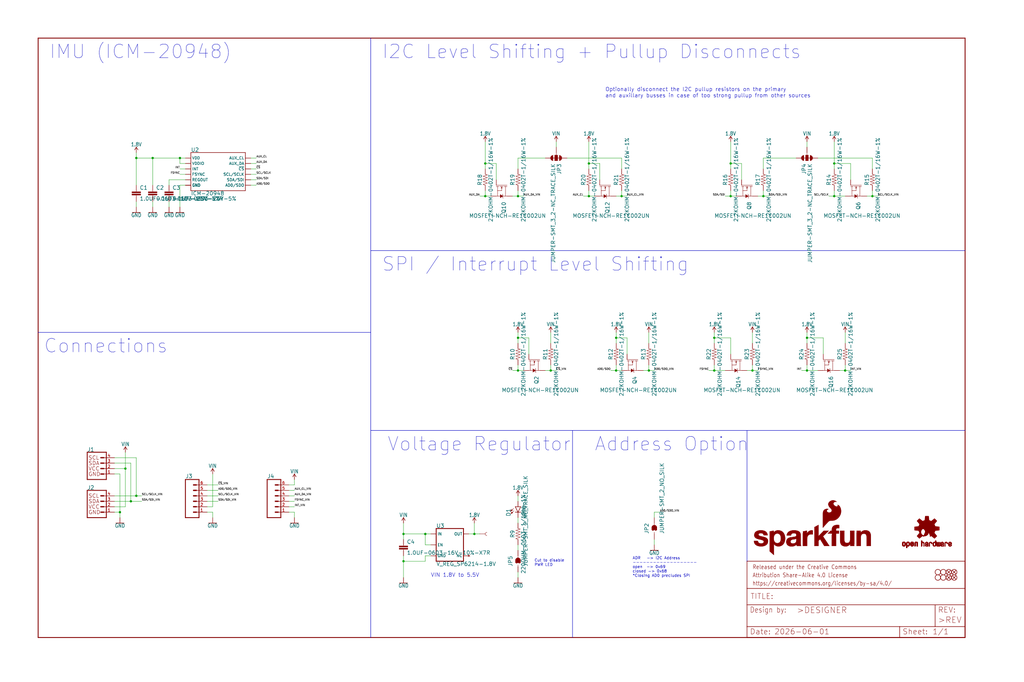
<source format=kicad_sch>
(kicad_sch (version 20230121) (generator eeschema)
  (paper "User" 477.037 317.906)
  (lib_symbols
    (symbol "SparkFun_IMU_Breakout_ICM-20948-eagle-import:0.1UF-0603-25V-5%"
      (property "Reference" "C" (at 1.524 2.921 0))
      (symbol "0.1UF-0603-25V-5%_1_0"
        (pin passive line (at 0 5.08 270) (length 2.54) (name "1") (number "1"))
        (pin passive line (at 0 -2.54 90) (length 2.54) (name "2") (number "2"))
      )
    )
    (symbol "SparkFun_IMU_Breakout_ICM-20948-eagle-import:1.0UF-0603-16V-10%-X7R"
      (property "Reference" "C" (at 1.524 2.921 0))
      (symbol "1.0UF-0603-16V-10%-X7R_1_0"
        (pin passive line (at 0 5.08 270) (length 2.54) (name "1") (number "1"))
        (pin passive line (at 0 -2.54 90) (length 2.54) (name "2") (number "2"))
      )
    )
    (symbol "SparkFun_IMU_Breakout_ICM-20948-eagle-import:1.8V" (power)
      (property "Value" "1.8V" (at 0 2.794 0))
      (symbol "1.8V_1_0"
        (pin power_in line (at 0 0 90) (length 2.54) (name "1.8V") (number "1"))
      )
    )
    (symbol "SparkFun_IMU_Breakout_ICM-20948-eagle-import:2.2KOHM-0402T-1/16W-1%"
      (property "Reference" "R" (at 0 1.524 0))
      (symbol "2.2KOHM-0402T-1/16W-1%_1_0"
        (pin passive line (at -5.08 0 0) (length 2.54) (name "1") (number "1"))
        (pin passive line (at 5.08 0 180) (length 2.54) (name "2") (number "2"))
      )
    )
    (symbol "SparkFun_IMU_Breakout_ICM-20948-eagle-import:220OHM-0603-1/10W-1%"
      (property "Reference" "R" (at 0 1.524 0))
      (symbol "220OHM-0603-1/10W-1%_1_0"
        (pin passive line (at -5.08 0 0) (length 2.54) (name "1") (number "1"))
        (pin passive line (at 5.08 0 180) (length 2.54) (name "2") (number "2"))
      )
    )
    (symbol "SparkFun_IMU_Breakout_ICM-20948-eagle-import:CONN_06NO_SILK_NO_POP"
      (property "Reference" "J" (at -5.08 10.668 0))
      (symbol "CONN_06NO_SILK_NO_POP_1_0"
        (pin passive line (at 5.08 -5.08 180) (length 5.08) (name "1") (number "1"))
        (pin passive line (at 5.08 -2.54 180) (length 5.08) (name "2") (number "2"))
        (pin passive line (at 5.08 0 180) (length 5.08) (name "3") (number "3"))
        (pin passive line (at 5.08 2.54 180) (length 5.08) (name "4") (number "4"))
        (pin passive line (at 5.08 5.08 180) (length 5.08) (name "5") (number "5"))
        (pin passive line (at 5.08 7.62 180) (length 5.08) (name "6") (number "6"))
      )
    )
    (symbol "SparkFun_IMU_Breakout_ICM-20948-eagle-import:FIDUCIAL1X2")
    (symbol "SparkFun_IMU_Breakout_ICM-20948-eagle-import:FRAME-LEDGER"
      (symbol "FRAME-LEDGER_2_0"
        (text "${#}/${##}" (at 86.36 1.27 0) (effects (font (size 2.54 2.54)) (justify left bottom)))
        (text "${CURRENT_DATE}" (at 12.7 1.27 0) (effects (font (size 2.54 2.54)) (justify left bottom)))
        (text "${PROJECTNAME}" (at 15.494 17.78 0) (effects (font (size 2.7432 2.7432)) (justify left bottom)))
        (text ">DESIGNER" (at 23.114 11.176 0) (effects (font (size 2.7432 2.7432)) (justify left bottom)))
        (text ">REV" (at 88.9 6.604 0) (effects (font (size 2.7432 2.7432)) (justify left bottom)))
        (text "Attribution Share-Alike 4.0 License" (at 2.54 27.94 0) (effects (font (size 1.9304 1.6408)) (justify left bottom)))
        (text "Date:" (at 1.27 1.27 0) (effects (font (size 2.54 2.54)) (justify left bottom)))
        (text "Design by:" (at 1.27 11.43 0) (effects (font (size 2.54 2.159)) (justify left bottom)))
        (text "https://creativecommons.org/licenses/by-sa/4.0/" (at 2.54 24.13 0) (effects (font (size 1.9304 1.6408)) (justify left bottom)))
        (text "Released under the Creative Commons" (at 2.54 31.75 0) (effects (font (size 1.9304 1.6408)) (justify left bottom)))
        (text "REV:" (at 88.9 11.43 0) (effects (font (size 2.54 2.54)) (justify left bottom)))
        (text "Sheet:" (at 72.39 1.27 0) (effects (font (size 2.54 2.54)) (justify left bottom)))
        (text "TITLE:" (at 1.524 17.78 0) (effects (font (size 2.54 2.54)) (justify left bottom)))
      )
    )
    (symbol "SparkFun_IMU_Breakout_ICM-20948-eagle-import:GND" (power)
      (property "Value" "GND" (at 0 -0.254 0))
      (symbol "GND_1_0"
        (pin power_in line (at 0 2.54 270) (length 2.54) (name "GND") (number "1"))
      )
    )
    (symbol "SparkFun_IMU_Breakout_ICM-20948-eagle-import:ICM-20948"
      (property "Reference" "U" (at -12.7 10.414 0))
      (symbol "ICM-20948_1_0"
        (pin bidirectional line (at -15.24 -2.54 0) (length 2.54) (name "REGOUT") (number "10"))
        (pin bidirectional line (at -15.24 0 0) (length 2.54) (name "FSYNC") (number "11"))
        (pin bidirectional line (at -15.24 2.54 0) (length 2.54) (name "INT") (number "12"))
        (pin bidirectional line (at -15.24 7.62 0) (length 2.54) (name "VDD") (number "13"))
        (pin bidirectional line (at -15.24 -5.08 0) (length 2.54) (name "GND") (number "18"))
        (pin bidirectional line (at -15.24 -5.08 0) (length 2.54) (name "GND") (number "20"))
        (pin bidirectional line (at 15.24 5.08 180) (length 2.54) (name "AUX_DA") (number "21"))
        (pin bidirectional line (at 15.24 2.54 180) (length 2.54) (name "~{CS}") (number "22"))
        (pin bidirectional line (at 15.24 0 180) (length 2.54) (name "SCL/SCLK") (number "23"))
        (pin bidirectional line (at 15.24 -2.54 180) (length 2.54) (name "SDA/SDI") (number "24"))
        (pin bidirectional line (at 15.24 7.62 180) (length 2.54) (name "AUX_CL") (number "7"))
        (pin bidirectional line (at -15.24 5.08 0) (length 2.54) (name "VDDIO") (number "8"))
        (pin bidirectional line (at 15.24 -5.08 180) (length 2.54) (name "AD0/SDO") (number "9"))
      )
    )
    (symbol "SparkFun_IMU_Breakout_ICM-20948-eagle-import:JUMPER-SMT_2_NC_TRACE_SILK"
      (property "Reference" "JP" (at -2.54 2.54 0))
      (symbol "JUMPER-SMT_2_NC_TRACE_SILK_1_0"
        (pin passive line (at -5.08 0 0) (length 2.54) (name "1") (number "1"))
        (pin passive line (at 5.08 0 180) (length 2.54) (name "2") (number "2"))
      )
    )
    (symbol "SparkFun_IMU_Breakout_ICM-20948-eagle-import:JUMPER-SMT_2_NO_SILK"
      (property "Reference" "JP" (at -2.54 2.54 0))
      (symbol "JUMPER-SMT_2_NO_SILK_1_0"
        (pin passive line (at -5.08 0 0) (length 2.54) (name "1") (number "1"))
        (pin passive line (at 5.08 0 180) (length 2.54) (name "2") (number "2"))
      )
    )
    (symbol "SparkFun_IMU_Breakout_ICM-20948-eagle-import:JUMPER-SMT_3_2-NC_TRACE_SILK"
      (property "Reference" "JP" (at 2.54 0.381 0))
      (symbol "JUMPER-SMT_3_2-NC_TRACE_SILK_1_0"
        (pin passive line (at 0 5.08 270) (length 2.54) (name "1") (number "1"))
        (pin passive line (at -5.08 0 0) (length 2.54) (name "2") (number "2"))
        (pin passive line (at 0 -5.08 90) (length 2.54) (name "3") (number "3"))
      )
    )
    (symbol "SparkFun_IMU_Breakout_ICM-20948-eagle-import:LED-RED0603"
      (property "Reference" "D" (at -3.429 -4.572 90))
      (symbol "LED-RED0603_1_0"
        (pin passive line (at 0 2.54 270) (length 2.54) (name "A") (number "A"))
        (pin passive line (at 0 -5.08 90) (length 2.54) (name "C") (number "C"))
      )
    )
    (symbol "SparkFun_IMU_Breakout_ICM-20948-eagle-import:MOSFET-NCH-RE1C002UN"
      (property "Reference" "Q" (at 5.08 0 0))
      (symbol "MOSFET-NCH-RE1C002UN_1_0"
        (pin bidirectional line (at -5.08 -2.54 0) (length 2.54) (name "G") (number "1"))
        (pin bidirectional line (at 2.54 -5.08 90) (length 2.54) (name "S") (number "2"))
        (pin bidirectional line (at 2.54 5.08 270) (length 2.54) (name "D") (number "3"))
      )
    )
    (symbol "SparkFun_IMU_Breakout_ICM-20948-eagle-import:OSHW-LOGOMINI")
    (symbol "SparkFun_IMU_Breakout_ICM-20948-eagle-import:QWIIC_CONNECTORJS-1MM"
      (property "Reference" "J" (at -5.08 7.874 0))
      (symbol "QWIIC_CONNECTORJS-1MM_1_0"
        (text "GND" (at -4.572 -2.54 0) (effects (font (size 1.778 1.778)) (justify left)))
        (text "SCL" (at -4.572 5.08 0) (effects (font (size 1.778 1.778)) (justify left)))
        (text "SDA" (at -4.572 2.54 0) (effects (font (size 1.778 1.778)) (justify left)))
        (text "VCC" (at -4.572 0 0) (effects (font (size 1.778 1.778)) (justify left)))
        (pin power_in line (at 7.62 -2.54 180) (length 5.08) (name "1") (number "1"))
        (pin power_in line (at 7.62 0 180) (length 5.08) (name "2") (number "2"))
        (pin passive line (at 7.62 2.54 180) (length 5.08) (name "3") (number "3"))
        (pin passive line (at 7.62 5.08 180) (length 5.08) (name "4") (number "4"))
      )
    )
    (symbol "SparkFun_IMU_Breakout_ICM-20948-eagle-import:SFE_LOGO_NAME_FLAME.1_INCH")
    (symbol "SparkFun_IMU_Breakout_ICM-20948-eagle-import:STAND-OFF")
    (symbol "SparkFun_IMU_Breakout_ICM-20948-eagle-import:TEST-POINT3"
      (symbol "TEST-POINT3_1_0"
        (pin bidirectional line (at 0 0 180) (length 0) (name "1") (number "P$1"))
      )
    )
    (symbol "SparkFun_IMU_Breakout_ICM-20948-eagle-import:VIN" (power)
      (property "Value" "VIN" (at 0 2.794 0))
      (symbol "VIN_1_0"
        (pin power_in line (at 0 0 90) (length 2.54) (name "VIN") (number "1"))
      )
    )
    (symbol "SparkFun_IMU_Breakout_ICM-20948-eagle-import:V_REG_SP6214-1.8V"
      (property "Reference" "U" (at -7.62 7.874 0))
      (symbol "V_REG_SP6214-1.8V_1_0"
        (pin input line (at -10.16 5.08 0) (length 2.54) (name "IN") (number "1"))
        (pin input line (at -10.16 -5.08 0) (length 2.54) (name "GND") (number "2"))
        (pin input line (at -10.16 0 0) (length 2.54) (name "EN") (number "3"))
        (pin no_connect line (at 7.62 -5.08 180) (length 2.54) (name "NC") (number "4"))
        (pin passive line (at 7.62 5.08 180) (length 2.54) (name "OUT") (number "5"))
      )
    )
  )
  (junction (at 187.96 248.92))
  (junction (at 302.26 172.72))
  (junction (at 83.82 73.66))
  (junction (at 198.12 248.92))
  (junction (at 287.02 172.72))
  (junction (at 55.88 238.76))
  (junction (at 60.96 233.68))
  (junction (at 340.36 76.2))
  (junction (at 187.96 261.62))
  (junction (at 393.7 172.72))
  (junction (at 274.32 91.44))
  (junction (at 350.52 172.72))
  (junction (at 340.36 91.44))
  (junction (at 220.98 248.92))
  (junction (at 388.62 76.2))
  (junction (at 355.6 91.44))
  (junction (at 375.92 157.48))
  (junction (at 71.12 73.66))
  (junction (at 226.06 76.2))
  (junction (at 289.56 91.44))
  (junction (at 388.62 91.44))
  (junction (at 287.02 157.48))
  (junction (at 241.3 157.48))
  (junction (at 406.4 91.44))
  (junction (at 226.06 91.44))
  (junction (at 274.32 76.2))
  (junction (at 332.74 172.72))
  (junction (at 241.3 91.44))
  (junction (at 63.5 231.14))
  (junction (at 58.42 218.44))
  (junction (at 332.74 157.48))
  (junction (at 256.54 172.72))
  (junction (at 63.5 73.66))
  (junction (at 241.3 172.72))
  (junction (at 375.92 172.72))
  (wire (pts (xy 386.08 91.44) (xy 388.62 91.44)) (stroke (width 0.1524)))
  (wire (pts (xy 241.3 88.9) (xy 241.3 91.44)) (stroke (width 0.1524)))
  (wire (pts (xy 246.38 157.48) (xy 241.3 157.48)) (stroke (width 0.1524)))
  (wire (pts (xy 83.82 96.52) (xy 83.82 86.36)) (stroke (width 0.1524)))
  (wire (pts (xy 60.96 233.68) (xy 66.04 233.68)) (stroke (width 0.1524)))
  (wire (pts (xy 289.56 73.66) (xy 289.56 78.74)) (stroke (width 0.1524)))
  (wire (pts (xy 375.92 172.72) (xy 381 172.72)) (stroke (width 0.1524)))
  (wire (pts (xy 119.38 86.36) (xy 116.84 86.36)) (stroke (width 0.1524)))
  (wire (pts (xy 53.34 238.76) (xy 55.88 238.76)) (stroke (width 0.1524)))
  (wire (pts (xy 388.62 66.04) (xy 388.62 76.2)) (stroke (width 0.1524)))
  (wire (pts (xy 119.38 78.74) (xy 116.84 78.74)) (stroke (width 0.1524)))
  (wire (pts (xy 55.88 238.76) (xy 55.88 241.3)) (stroke (width 0.1524)))
  (wire (pts (xy 292.1 165.1) (xy 292.1 157.48)) (stroke (width 0.1524)))
  (wire (pts (xy 83.82 76.2) (xy 83.82 73.66)) (stroke (width 0.1524)))
  (wire (pts (xy 241.3 172.72) (xy 243.84 172.72)) (stroke (width 0.1524)))
  (wire (pts (xy 200.66 248.92) (xy 198.12 248.92)) (stroke (width 0.1524)))
  (polyline (pts (xy 266.7 200.66) (xy 347.98 200.66)) (stroke (width 0.2032) (type solid)))
  (wire (pts (xy 241.3 160.02) (xy 241.3 157.48)) (stroke (width 0.1524)))
  (wire (pts (xy 254 172.72) (xy 256.54 172.72)) (stroke (width 0.1524)))
  (polyline (pts (xy 172.72 116.84) (xy 172.72 154.94)) (stroke (width 0.2032) (type solid)))
  (wire (pts (xy 119.38 76.2) (xy 116.84 76.2)) (stroke (width 0.1524)))
  (wire (pts (xy 304.8 238.76) (xy 307.34 238.76)) (stroke (width 0.1524)))
  (wire (pts (xy 393.7 160.02) (xy 393.7 154.94)) (stroke (width 0.1524)))
  (wire (pts (xy 381 73.66) (xy 406.4 73.66)) (stroke (width 0.1524)))
  (wire (pts (xy 332.74 172.72) (xy 337.82 172.72)) (stroke (width 0.1524)))
  (wire (pts (xy 388.62 88.9) (xy 388.62 91.44)) (stroke (width 0.1524)))
  (wire (pts (xy 96.52 238.76) (xy 99.06 238.76)) (stroke (width 0.1524)))
  (wire (pts (xy 302.26 170.18) (xy 302.26 172.72)) (stroke (width 0.1524)))
  (wire (pts (xy 137.16 236.22) (xy 134.62 236.22)) (stroke (width 0.1524)))
  (wire (pts (xy 241.3 241.3) (xy 241.3 243.84)) (stroke (width 0.1524)))
  (wire (pts (xy 58.42 218.44) (xy 58.42 210.82)) (stroke (width 0.1524)))
  (wire (pts (xy 375.92 170.18) (xy 375.92 172.72)) (stroke (width 0.1524)))
  (wire (pts (xy 330.2 172.72) (xy 332.74 172.72)) (stroke (width 0.1524)))
  (wire (pts (xy 137.16 231.14) (xy 134.62 231.14)) (stroke (width 0.1524)))
  (wire (pts (xy 375.92 160.02) (xy 375.92 157.48)) (stroke (width 0.1524)))
  (wire (pts (xy 396.24 83.82) (xy 396.24 76.2)) (stroke (width 0.1524)))
  (wire (pts (xy 304.8 251.46) (xy 304.8 254)) (stroke (width 0.1524)))
  (wire (pts (xy 226.06 88.9) (xy 226.06 91.44)) (stroke (width 0.1524)))
  (wire (pts (xy 375.92 154.94) (xy 375.92 157.48)) (stroke (width 0.1524)))
  (wire (pts (xy 284.48 172.72) (xy 287.02 172.72)) (stroke (width 0.1524)))
  (wire (pts (xy 373.38 172.72) (xy 375.92 172.72)) (stroke (width 0.1524)))
  (wire (pts (xy 347.98 172.72) (xy 350.52 172.72)) (stroke (width 0.1524)))
  (wire (pts (xy 337.82 91.44) (xy 340.36 91.44)) (stroke (width 0.1524)))
  (wire (pts (xy 66.04 231.14) (xy 63.5 231.14)) (stroke (width 0.1524)))
  (wire (pts (xy 83.82 73.66) (xy 71.12 73.66)) (stroke (width 0.1524)))
  (wire (pts (xy 60.96 233.68) (xy 53.34 233.68)) (stroke (width 0.1524)))
  (wire (pts (xy 53.34 215.9) (xy 60.96 215.9)) (stroke (width 0.1524)))
  (wire (pts (xy 287.02 154.94) (xy 287.02 157.48)) (stroke (width 0.1524)))
  (wire (pts (xy 187.96 259.08) (xy 187.96 261.62)) (stroke (width 0.1524)))
  (wire (pts (xy 241.3 170.18) (xy 241.3 172.72)) (stroke (width 0.1524)))
  (wire (pts (xy 238.76 172.72) (xy 241.3 172.72)) (stroke (width 0.1524)))
  (wire (pts (xy 53.34 213.36) (xy 63.5 213.36)) (stroke (width 0.1524)))
  (wire (pts (xy 238.76 91.44) (xy 241.3 91.44)) (stroke (width 0.1524)))
  (wire (pts (xy 264.16 73.66) (xy 289.56 73.66)) (stroke (width 0.1524)))
  (wire (pts (xy 279.4 83.82) (xy 279.4 76.2)) (stroke (width 0.1524)))
  (polyline (pts (xy 172.72 200.66) (xy 266.7 200.66)) (stroke (width 0.2032) (type solid)))
  (wire (pts (xy 58.42 236.22) (xy 53.34 236.22)) (stroke (width 0.1524)))
  (wire (pts (xy 55.88 220.98) (xy 53.34 220.98)) (stroke (width 0.1524)))
  (wire (pts (xy 101.6 231.14) (xy 96.52 231.14)) (stroke (width 0.1524)))
  (wire (pts (xy 60.96 215.9) (xy 60.96 233.68)) (stroke (width 0.1524)))
  (wire (pts (xy 63.5 93.98) (xy 63.5 96.52)) (stroke (width 0.1524)))
  (wire (pts (xy 403.86 91.44) (xy 406.4 91.44)) (stroke (width 0.1524)))
  (polyline (pts (xy 17.78 154.94) (xy 172.72 154.94)) (stroke (width 0.2032) (type solid)))
  (wire (pts (xy 187.96 269.24) (xy 187.96 261.62)) (stroke (width 0.1524)))
  (wire (pts (xy 58.42 218.44) (xy 58.42 236.22)) (stroke (width 0.1524)))
  (wire (pts (xy 274.32 88.9) (xy 274.32 91.44)) (stroke (width 0.1524)))
  (wire (pts (xy 340.36 165.1) (xy 340.36 157.48)) (stroke (width 0.1524)))
  (wire (pts (xy 119.38 83.82) (xy 116.84 83.82)) (stroke (width 0.1524)))
  (polyline (pts (xy 172.72 200.66) (xy 172.72 297.18)) (stroke (width 0.2032) (type solid)))
  (wire (pts (xy 332.74 154.94) (xy 332.74 157.48)) (stroke (width 0.1524)))
  (wire (pts (xy 226.06 91.44) (xy 228.6 91.44)) (stroke (width 0.1524)))
  (wire (pts (xy 256.54 170.18) (xy 256.54 172.72)) (stroke (width 0.1524)))
  (wire (pts (xy 241.3 78.74) (xy 241.3 73.66)) (stroke (width 0.1524)))
  (wire (pts (xy 198.12 248.92) (xy 187.96 248.92)) (stroke (width 0.1524)))
  (wire (pts (xy 119.38 81.28) (xy 116.84 81.28)) (stroke (width 0.1524)))
  (wire (pts (xy 287.02 172.72) (xy 289.56 172.72)) (stroke (width 0.1524)))
  (wire (pts (xy 223.52 91.44) (xy 226.06 91.44)) (stroke (width 0.1524)))
  (wire (pts (xy 86.36 76.2) (xy 83.82 76.2)) (stroke (width 0.1524)))
  (wire (pts (xy 218.44 248.92) (xy 220.98 248.92)) (stroke (width 0.1524)))
  (wire (pts (xy 241.3 73.66) (xy 254 73.66)) (stroke (width 0.1524)))
  (wire (pts (xy 393.7 172.72) (xy 396.24 172.72)) (stroke (width 0.1524)))
  (wire (pts (xy 53.34 218.44) (xy 58.42 218.44)) (stroke (width 0.1524)))
  (wire (pts (xy 198.12 259.08) (xy 198.12 261.62)) (stroke (width 0.1524)))
  (wire (pts (xy 259.08 66.04) (xy 259.08 68.58)) (stroke (width 0.1524)))
  (wire (pts (xy 137.16 228.6) (xy 134.62 228.6)) (stroke (width 0.1524)))
  (polyline (pts (xy 172.72 154.94) (xy 172.72 200.66)) (stroke (width 0.2032) (type solid)))
  (wire (pts (xy 340.36 78.74) (xy 340.36 76.2)) (stroke (width 0.1524)))
  (wire (pts (xy 231.14 76.2) (xy 226.06 76.2)) (stroke (width 0.1524)))
  (wire (pts (xy 299.72 172.72) (xy 302.26 172.72)) (stroke (width 0.1524)))
  (wire (pts (xy 198.12 254) (xy 198.12 248.92)) (stroke (width 0.1524)))
  (wire (pts (xy 101.6 228.6) (xy 96.52 228.6)) (stroke (width 0.1524)))
  (wire (pts (xy 220.98 248.92) (xy 223.52 248.92)) (stroke (width 0.1524)))
  (wire (pts (xy 340.36 91.44) (xy 342.9 91.44)) (stroke (width 0.1524)))
  (polyline (pts (xy 347.98 261.62) (xy 347.98 200.66)) (stroke (width 0.2032) (type solid)))
  (wire (pts (xy 101.6 226.06) (xy 96.52 226.06)) (stroke (width 0.1524)))
  (wire (pts (xy 292.1 157.48) (xy 287.02 157.48)) (stroke (width 0.1524)))
  (wire (pts (xy 187.96 248.92) (xy 187.96 251.46)) (stroke (width 0.1524)))
  (wire (pts (xy 134.62 226.06) (xy 137.16 226.06)) (stroke (width 0.1524)))
  (wire (pts (xy 241.3 154.94) (xy 241.3 157.48)) (stroke (width 0.1524)))
  (wire (pts (xy 350.52 172.72) (xy 353.06 172.72)) (stroke (width 0.1524)))
  (wire (pts (xy 99.06 236.22) (xy 99.06 220.98)) (stroke (width 0.1524)))
  (wire (pts (xy 340.36 88.9) (xy 340.36 91.44)) (stroke (width 0.1524)))
  (wire (pts (xy 340.36 157.48) (xy 332.74 157.48)) (stroke (width 0.1524)))
  (wire (pts (xy 86.36 83.82) (xy 78.74 83.82)) (stroke (width 0.1524)))
  (wire (pts (xy 388.62 78.74) (xy 388.62 76.2)) (stroke (width 0.1524)))
  (wire (pts (xy 406.4 88.9) (xy 406.4 91.44)) (stroke (width 0.1524)))
  (wire (pts (xy 289.56 88.9) (xy 289.56 91.44)) (stroke (width 0.1524)))
  (wire (pts (xy 340.36 66.04) (xy 340.36 76.2)) (stroke (width 0.1524)))
  (wire (pts (xy 274.32 91.44) (xy 276.86 91.44)) (stroke (width 0.1524)))
  (wire (pts (xy 355.6 78.74) (xy 355.6 73.66)) (stroke (width 0.1524)))
  (wire (pts (xy 71.12 73.66) (xy 63.5 73.66)) (stroke (width 0.1524)))
  (wire (pts (xy 345.44 83.82) (xy 345.44 76.2)) (stroke (width 0.1524)))
  (wire (pts (xy 83.82 78.74) (xy 86.36 78.74)) (stroke (width 0.1524)))
  (wire (pts (xy 271.78 91.44) (xy 274.32 91.44)) (stroke (width 0.1524)))
  (wire (pts (xy 187.96 261.62) (xy 198.12 261.62)) (stroke (width 0.1524)))
  (wire (pts (xy 83.82 73.66) (xy 86.36 73.66)) (stroke (width 0.1524)))
  (wire (pts (xy 63.5 71.12) (xy 63.5 73.66)) (stroke (width 0.1524)))
  (wire (pts (xy 345.44 76.2) (xy 340.36 76.2)) (stroke (width 0.1524)))
  (polyline (pts (xy 266.7 200.66) (xy 266.7 297.18)) (stroke (width 0.2032) (type solid)))
  (wire (pts (xy 63.5 231.14) (xy 53.34 231.14)) (stroke (width 0.1524)))
  (wire (pts (xy 391.16 172.72) (xy 393.7 172.72)) (stroke (width 0.1524)))
  (wire (pts (xy 78.74 93.98) (xy 78.74 96.52)) (stroke (width 0.1524)))
  (wire (pts (xy 101.6 233.68) (xy 96.52 233.68)) (stroke (width 0.1524)))
  (wire (pts (xy 119.38 73.66) (xy 116.84 73.66)) (stroke (width 0.1524)))
  (wire (pts (xy 287.02 160.02) (xy 287.02 157.48)) (stroke (width 0.1524)))
  (wire (pts (xy 383.54 165.1) (xy 383.54 157.48)) (stroke (width 0.1524)))
  (wire (pts (xy 241.3 254) (xy 241.3 256.54)) (stroke (width 0.1524)))
  (wire (pts (xy 332.74 160.02) (xy 332.74 157.48)) (stroke (width 0.1524)))
  (wire (pts (xy 241.3 266.7) (xy 241.3 269.24)) (stroke (width 0.1524)))
  (wire (pts (xy 200.66 259.08) (xy 198.12 259.08)) (stroke (width 0.1524)))
  (wire (pts (xy 134.62 238.76) (xy 137.16 238.76)) (stroke (width 0.1524)))
  (wire (pts (xy 274.32 66.04) (xy 274.32 76.2)) (stroke (width 0.1524)))
  (wire (pts (xy 55.88 238.76) (xy 55.88 220.98)) (stroke (width 0.1524)))
  (wire (pts (xy 279.4 76.2) (xy 274.32 76.2)) (stroke (width 0.1524)))
  (wire (pts (xy 137.16 233.68) (xy 134.62 233.68)) (stroke (width 0.1524)))
  (wire (pts (xy 231.14 83.82) (xy 231.14 76.2)) (stroke (width 0.1524)))
  (wire (pts (xy 241.3 233.68) (xy 241.3 231.14)) (stroke (width 0.1524)))
  (wire (pts (xy 274.32 78.74) (xy 274.32 76.2)) (stroke (width 0.1524)))
  (wire (pts (xy 353.06 91.44) (xy 355.6 91.44)) (stroke (width 0.1524)))
  (wire (pts (xy 256.54 172.72) (xy 259.08 172.72)) (stroke (width 0.1524)))
  (wire (pts (xy 71.12 93.98) (xy 71.12 96.52)) (stroke (width 0.1524)))
  (wire (pts (xy 375.92 66.04) (xy 375.92 68.58)) (stroke (width 0.1524)))
  (polyline (pts (xy 172.72 17.78) (xy 172.72 116.84)) (stroke (width 0.2032) (type solid)))
  (wire (pts (xy 246.38 165.1) (xy 246.38 157.48)) (stroke (width 0.1524)))
  (wire (pts (xy 332.74 170.18) (xy 332.74 172.72)) (stroke (width 0.1524)))
  (wire (pts (xy 406.4 73.66) (xy 406.4 78.74)) (stroke (width 0.1524)))
  (wire (pts (xy 355.6 73.66) (xy 370.84 73.66)) (stroke (width 0.1524)))
  (wire (pts (xy 241.3 91.44) (xy 243.84 91.44)) (stroke (width 0.1524)))
  (polyline (pts (xy 172.72 116.84) (xy 449.58 116.84)) (stroke (width 0.2032) (type solid)))
  (wire (pts (xy 406.4 91.44) (xy 408.94 91.44)) (stroke (width 0.1524)))
  (wire (pts (xy 71.12 73.66) (xy 71.12 86.36)) (stroke (width 0.1524)))
  (wire (pts (xy 388.62 91.44) (xy 393.7 91.44)) (stroke (width 0.1524)))
  (wire (pts (xy 187.96 243.84) (xy 187.96 248.92)) (stroke (width 0.1524)))
  (wire (pts (xy 137.16 238.76) (xy 137.16 241.3)) (stroke (width 0.1524)))
  (wire (pts (xy 355.6 88.9) (xy 355.6 91.44)) (stroke (width 0.1524)))
  (wire (pts (xy 350.52 170.18) (xy 350.52 172.72)) (stroke (width 0.1524)))
  (wire (pts (xy 200.66 254) (xy 198.12 254)) (stroke (width 0.1524)))
  (wire (pts (xy 355.6 91.44) (xy 358.14 91.44)) (stroke (width 0.1524)))
  (wire (pts (xy 137.16 223.52) (xy 137.16 226.06)) (stroke (width 0.1524)))
  (wire (pts (xy 226.06 66.04) (xy 226.06 76.2)) (stroke (width 0.1524)))
  (wire (pts (xy 78.74 83.82) (xy 78.74 86.36)) (stroke (width 0.1524)))
  (wire (pts (xy 83.82 86.36) (xy 86.36 86.36)) (stroke (width 0.1524)))
  (wire (pts (xy 63.5 73.66) (xy 63.5 86.36)) (stroke (width 0.1524)))
  (wire (pts (xy 256.54 160.02) (xy 256.54 154.94)) (stroke (width 0.1524)))
  (wire (pts (xy 396.24 76.2) (xy 388.62 76.2)) (stroke (width 0.1524)))
  (wire (pts (xy 383.54 157.48) (xy 375.92 157.48)) (stroke (width 0.1524)))
  (wire (pts (xy 99.06 238.76) (xy 99.06 241.3)) (stroke (width 0.1524)))
  (wire (pts (xy 287.02 91.44) (xy 289.56 91.44)) (stroke (width 0.1524)))
  (wire (pts (xy 393.7 170.18) (xy 393.7 172.72)) (stroke (width 0.1524)))
  (wire (pts (xy 63.5 213.36) (xy 63.5 231.14)) (stroke (width 0.1524)))
  (wire (pts (xy 86.36 81.28) (xy 83.82 81.28)) (stroke (width 0.1524)))
  (wire (pts (xy 96.52 236.22) (xy 99.06 236.22)) (stroke (width 0.1524)))
  (wire (pts (xy 302.26 172.72) (xy 304.8 172.72)) (stroke (width 0.1524)))
  (wire (pts (xy 226.06 78.74) (xy 226.06 76.2)) (stroke (width 0.1524)))
  (wire (pts (xy 350.52 160.02) (xy 350.52 154.94)) (stroke (width 0.1524)))
  (wire (pts (xy 302.26 160.02) (xy 302.26 154.94)) (stroke (width 0.1524)))
  (polyline (pts (xy 347.98 200.66) (xy 449.58 200.66)) (stroke (width 0.2032) (type solid)))
  (wire (pts (xy 220.98 248.92) (xy 220.98 243.84)) (stroke (width 0.1524)))
  (wire (pts (xy 287.02 170.18) (xy 287.02 172.72)) (stroke (width 0.1524)))
  (wire (pts (xy 289.56 91.44) (xy 292.1 91.44)) (stroke (width 0.1524)))
  (wire (pts (xy 304.8 238.76) (xy 304.8 241.3)) (stroke (width 0.1524)))
  (text "Voltage Regulator" (at 180.34 210.82 0) (effects (font (size 6.35 6.35)) (justify left bottom)))
  (text "VIN 1.8V to 5.5V" (at 200.66 269.24 0) (effects (font (size 1.778 1.778)) (justify left bottom)))
  (text "Optionally disconnect the I2C pullup resistors on the primary\nand auxillary busses in case of too strong pullup from other sources" (at 281.94 45.72 0) (effects (font (size 1.778 1.778)) (justify left bottom)))
  (text "IMU (ICM-20948)" (at 22.86 27.94 0) (effects (font (size 6.35 6.35)) (justify left bottom)))
  (text "SPI / Interrupt Level Shifting" (at 177.8 127 0) (effects (font (size 6.35 6.35)) (justify left bottom)))
  (text "Connections" (at 20.32 165.1 0) (effects (font (size 6.35 6.35)) (justify left bottom)))
  (text "Cut to disable\nPWR LED" (at 248.92 264.16 0) (effects (font (size 1.27 1.27)) (justify left bottom)))
  (text "Address Option" (at 276.86 210.82 0) (effects (font (size 6.35 6.35)) (justify left bottom)))
  (text "ADR   -> I2C Address\n-------------------\nopen  -> 0x69\nclosed -> 0x68\n*Closing AD0 precludes SPI" (at 294.64 269.24 0) (effects (font (size 1.27 1.27)) (justify left bottom)))
  (text "I2C Level Shifting + Pullup Disconnects" (at 177.8 27.94 0) (effects (font (size 6.35 6.35)) (justify left bottom)))
  (label "AUX_CL" (at 119.38 73.66 0) (effects (font (size 0.889 0.889))))
  (label "SDA/SDI_VIN" (at 101.6 233.68 0) (effects (font (size 0.889 0.889))))
  (label "INT" (at 83.82 78.74 180) (effects (font (size 0.889 0.889))))
  (label "SDA/SDI" (at 337.82 91.44 180) (effects (font (size 0.889 0.889))))
  (label "AUX_CL_VIN" (at 292.1 91.44 0) (effects (font (size 0.889 0.889))))
  (label "SCL/SCLK_VIN" (at 408.94 91.44 0) (effects (font (size 0.889 0.889))))
  (label "FSYNC_VIN" (at 137.16 233.68 0) (effects (font (size 0.889 0.889))))
  (label "SDA/SDI_VIN" (at 358.14 91.44 0) (effects (font (size 0.889 0.889))))
  (label "INT" (at 373.38 172.72 180) (effects (font (size 0.889 0.889))))
  (label "SCL/SCLK" (at 386.08 91.44 180) (effects (font (size 0.889 0.889))))
  (label "~{CS}_VIN" (at 101.6 226.06 0) (effects (font (size 0.889 0.889))))
  (label "FSYNC_VIN" (at 353.06 172.72 0) (effects (font (size 0.889 0.889))))
  (label "AUX_DA" (at 223.52 91.44 180) (effects (font (size 0.889 0.889))))
  (label "AUX_CL_VIN" (at 137.16 228.6 0) (effects (font (size 0.889 0.889))))
  (label "INT_VIN" (at 137.16 236.22 0) (effects (font (size 0.889 0.889))))
  (label "AUX_DA_VIN" (at 243.84 91.44 0) (effects (font (size 0.889 0.889))))
  (label "~{CS}_VIN" (at 259.08 172.72 0) (effects (font (size 0.889 0.889))))
  (label "AUX_DA" (at 119.38 76.2 0) (effects (font (size 0.889 0.889))))
  (label "AUX_DA_VIN" (at 137.16 231.14 0) (effects (font (size 0.889 0.889))))
  (label "SDA/SDI" (at 119.38 83.82 0) (effects (font (size 0.889 0.889))))
  (label "SCL/SCLK_VIN" (at 101.6 231.14 0) (effects (font (size 0.889 0.889))))
  (label "~{CS}" (at 238.76 172.72 180) (effects (font (size 0.889 0.889))))
  (label "SCL/SCLK_VIN" (at 66.04 231.14 0) (effects (font (size 0.889 0.889))))
  (label "AUX_CL" (at 271.78 91.44 180) (effects (font (size 0.889 0.889))))
  (label "FSYNC" (at 330.2 172.72 180) (effects (font (size 0.889 0.889))))
  (label "AD0/SDO" (at 119.38 86.36 0) (effects (font (size 0.889 0.889))))
  (label "SCL/SCLK" (at 119.38 81.28 0) (effects (font (size 0.889 0.889))))
  (label "AD0/SDO_VIN" (at 101.6 228.6 0) (effects (font (size 0.889 0.889))))
  (label "FSYNC" (at 83.82 81.28 180) (effects (font (size 0.889 0.889))))
  (label "AD0/SDO_VIN" (at 307.34 238.76 0) (effects (font (size 0.889 0.889))))
  (label "INT_VIN" (at 396.24 172.72 0) (effects (font (size 0.889 0.889))))
  (label "AD0/SDO_VIN" (at 304.8 172.72 0) (effects (font (size 0.889 0.889))))
  (label "SDA/SDI_VIN" (at 66.04 233.68 0) (effects (font (size 0.889 0.889))))
  (label "AD0/SDO" (at 284.48 172.72 180) (effects (font (size 0.889 0.889))))
  (label "~{CS}" (at 119.38 78.74 0) (effects (font (size 0.889 0.889))))
  (symbol (lib_id "SparkFun_IMU_Breakout_ICM-20948-eagle-import:MOSFET-NCH-RE1C002UN") (at 294.64 170.18 270) (unit 1)
    (property "Reference" "Q4" (at 294.64 175.26 0) (effects (font (size 1.778 1.778)) (justify left bottom)))
    (property "Value" "MOSFET-NCH-RE1C002UN" (at 279.4 182.88 90) (effects (font (size 1.778 1.778)) (justify left bottom)))
    (property "Footprint" "SparkFun_IMU_Breakout_ICM-20948:SOT-416FL" (effects hide))
  )
  (symbol (lib_id "SparkFun_IMU_Breakout_ICM-20948-eagle-import:1.8V") (at 388.62 66.04 0) (unit 1)
    (property "Reference" "#SUPPLY018" (effects hide))
    (property "Value" "1.8V" (at 388.62 63.246 0) (effects (font (size 1.778 1.5113)) (justify bottom)))
  )
  (symbol (lib_id "SparkFun_IMU_Breakout_ICM-20948-eagle-import:2.2KOHM-0402T-1/16W-1%") (at 350.52 165.1 90) (unit 1)
    (property "Reference" "R23" (at 348.996 165.1 0) (effects (font (size 1.778 1.778)) (justify bottom)))
    (property "Value" "2.2KOHM-0402T-1/16W-1%" (at 352.044 165.1 0) (effects (font (size 1.778 1.778)) (justify top)))
    (property "Footprint" "SparkFun_IMU_Breakout_ICM-20948:0402-TIGHT" (effects hide))
  )
  (symbol (lib_id "SparkFun_IMU_Breakout_ICM-20948-eagle-import:1.8V") (at 226.06 66.04 0) (unit 1)
    (property "Reference" "#SUPPLY022" (effects hide))
    (property "Value" "1.8V" (at 226.06 63.246 0) (effects (font (size 1.778 1.5113)) (justify bottom)))
  )
  (symbol (lib_id "SparkFun_IMU_Breakout_ICM-20948-eagle-import:1.0UF-0603-16V-10%-X7R") (at 63.5 91.44 0) (unit 1)
    (property "Reference" "C1" (at 65.024 88.519 0) (effects (font (size 1.778 1.778)) (justify left bottom)))
    (property "Value" "1.0UF-0603-16V-10%-X7R" (at 65.024 93.599 0) (effects (font (size 1.778 1.778)) (justify left bottom)))
    (property "Footprint" "Capacitor_SMD:C_0603_1608Metric" (effects hide))
  )
  (symbol (lib_id "SparkFun_IMU_Breakout_ICM-20948-eagle-import:VIN") (at 375.92 66.04 0) (unit 1)
    (property "Reference" "#SUPPLY011" (effects hide))
    (property "Value" "VIN" (at 375.92 63.246 0) (effects (font (size 1.778 1.5113)) (justify bottom)))
  )
  (symbol (lib_id "SparkFun_IMU_Breakout_ICM-20948-eagle-import:LED-RED0603") (at 241.3 236.22 0) (unit 1)
    (property "Reference" "D1" (at 237.871 240.792 90) (effects (font (size 1.778 1.778)) (justify left bottom)))
    (property "Value" "RED" (at 243.205 240.792 90) (effects (font (size 1.778 1.778)) (justify left top)))
    (property "Footprint" "LED_SMD:LED_0603_1608Metric" (effects hide))
  )
  (symbol (lib_id "SparkFun_IMU_Breakout_ICM-20948-eagle-import:220OHM-0603-1/10W-1%") (at 241.3 248.92 90) (unit 1)
    (property "Reference" "R9" (at 239.776 248.92 0) (effects (font (size 1.778 1.778)) (justify bottom)))
    (property "Value" "220OHM-0603-1/10W-1%" (at 242.824 248.92 0) (effects (font (size 1.778 1.778)) (justify top)))
    (property "Footprint" "Resistor_SMD:R_0603_1608Metric" (effects hide))
  )
  (symbol (lib_id "SparkFun_IMU_Breakout_ICM-20948-eagle-import:GND") (at 71.12 99.06 0) (unit 1)
    (property "Reference" "#GND02" (effects hide))
    (property "Value" "GND" (at 71.12 99.314 0) (effects (font (size 1.778 1.5113)) (justify top)))
  )
  (symbol (lib_id "SparkFun_IMU_Breakout_ICM-20948-eagle-import:2.2KOHM-0402T-1/16W-1%") (at 256.54 165.1 90) (unit 1)
    (property "Reference" "R11" (at 255.016 165.1 0) (effects (font (size 1.778 1.778)) (justify bottom)))
    (property "Value" "2.2KOHM-0402T-1/16W-1%" (at 258.064 165.1 0) (effects (font (size 1.778 1.778)) (justify top)))
    (property "Footprint" "SparkFun_IMU_Breakout_ICM-20948:0402-TIGHT" (effects hide))
  )
  (symbol (lib_id "SparkFun_IMU_Breakout_ICM-20948-eagle-import:SFE_LOGO_NAME_FLAME.1_INCH") (at 350.52 259.08 0) (unit 1)
    (property "Reference" "LOGO1" (effects hide))
    (property "Value" "SFE_LOGO_NAME_FLAME.1_INCH" (effects hide))
    (property "Footprint" "SparkFun_IMU_Breakout_ICM-20948:SFE_LOGO_NAME_FLAME_.1" (effects hide))
  )
  (symbol (lib_id "SparkFun_IMU_Breakout_ICM-20948-eagle-import:1.8V") (at 340.36 66.04 0) (unit 1)
    (property "Reference" "#SUPPLY020" (effects hide))
    (property "Value" "1.8V" (at 340.36 63.246 0) (effects (font (size 1.778 1.5113)) (justify bottom)))
  )
  (symbol (lib_id "SparkFun_IMU_Breakout_ICM-20948-eagle-import:MOSFET-NCH-RE1C002UN") (at 342.9 170.18 270) (unit 1)
    (property "Reference" "Q14" (at 342.9 175.26 0) (effects (font (size 1.778 1.778)) (justify left bottom)))
    (property "Value" "MOSFET-NCH-RE1C002UN" (at 327.66 182.88 90) (effects (font (size 1.778 1.778)) (justify left bottom)))
    (property "Footprint" "SparkFun_IMU_Breakout_ICM-20948:SOT-416FL" (effects hide))
  )
  (symbol (lib_id "SparkFun_IMU_Breakout_ICM-20948-eagle-import:1.8V") (at 220.98 243.84 0) (unit 1)
    (property "Reference" "#SUPPLY010" (effects hide))
    (property "Value" "1.8V" (at 220.98 241.046 0) (effects (font (size 1.778 1.5113)) (justify bottom)))
  )
  (symbol (lib_id "SparkFun_IMU_Breakout_ICM-20948-eagle-import:V_REG_SP6214-1.8V") (at 210.82 254 0) (unit 1)
    (property "Reference" "U3" (at 203.2 246.126 0) (effects (font (size 1.778 1.778)) (justify left bottom)))
    (property "Value" "V_REG_SP6214-1.8V" (at 203.2 261.874 0) (effects (font (size 1.778 1.778)) (justify left top)))
    (property "Footprint" "SparkFun_IMU_Breakout_ICM-20948:SC70" (effects hide))
  )
  (symbol (lib_id "SparkFun_IMU_Breakout_ICM-20948-eagle-import:VIN") (at 256.54 154.94 0) (unit 1)
    (property "Reference" "#SUPPLY015" (effects hide))
    (property "Value" "VIN" (at 256.54 152.146 0) (effects (font (size 1.778 1.5113)) (justify bottom)))
  )
  (symbol (lib_id "SparkFun_IMU_Breakout_ICM-20948-eagle-import:2.2KOHM-0402T-1/16W-1%") (at 287.02 165.1 90) (unit 1)
    (property "Reference" "R12" (at 285.496 165.1 0) (effects (font (size 1.778 1.778)) (justify bottom)))
    (property "Value" "2.2KOHM-0402T-1/16W-1%" (at 288.544 165.1 0) (effects (font (size 1.778 1.778)) (justify top)))
    (property "Footprint" "SparkFun_IMU_Breakout_ICM-20948:0402-TIGHT" (effects hide))
  )
  (symbol (lib_id "SparkFun_IMU_Breakout_ICM-20948-eagle-import:STAND-OFF") (at 439.42 269.24 0) (unit 1)
    (property "Reference" "H4" (effects hide))
    (property "Value" "STAND-OFF" (effects hide))
    (property "Footprint" "SparkFun_IMU_Breakout_ICM-20948:STAND-OFF" (effects hide))
  )
  (symbol (lib_id "SparkFun_IMU_Breakout_ICM-20948-eagle-import:GND") (at 83.82 99.06 0) (unit 1)
    (property "Reference" "#GND05" (effects hide))
    (property "Value" "GND" (at 83.82 99.314 0) (effects (font (size 1.778 1.5113)) (justify top)))
  )
  (symbol (lib_id "SparkFun_IMU_Breakout_ICM-20948-eagle-import:JUMPER-SMT_2_NO_SILK") (at 304.8 246.38 90) (unit 1)
    (property "Reference" "JP2" (at 302.26 248.92 0) (effects (font (size 1.778 1.778)) (justify left bottom)))
    (property "Value" "JUMPER-SMT_2_NO_SILK" (at 307.34 248.92 0) (effects (font (size 1.778 1.778)) (justify left top)))
    (property "Footprint" "SparkFun_IMU_Breakout_ICM-20948:SMT-JUMPER_2_NO_SILK" (effects hide))
  )
  (symbol (lib_id "SparkFun_IMU_Breakout_ICM-20948-eagle-import:GND") (at 304.8 256.54 0) (unit 1)
    (property "Reference" "#GND011" (effects hide))
    (property "Value" "GND" (at 304.8 256.794 0) (effects (font (size 1.778 1.5113)) (justify top)))
  )
  (symbol (lib_id "SparkFun_IMU_Breakout_ICM-20948-eagle-import:MOSFET-NCH-RE1C002UN") (at 386.08 170.18 270) (unit 1)
    (property "Reference" "Q16" (at 386.08 175.26 0) (effects (font (size 1.778 1.778)) (justify left bottom)))
    (property "Value" "MOSFET-NCH-RE1C002UN" (at 370.84 182.88 90) (effects (font (size 1.778 1.778)) (justify left bottom)))
    (property "Footprint" "SparkFun_IMU_Breakout_ICM-20948:SOT-416FL" (effects hide))
  )
  (symbol (lib_id "SparkFun_IMU_Breakout_ICM-20948-eagle-import:GND") (at 137.16 243.84 0) (unit 1)
    (property "Reference" "#GND010" (effects hide))
    (property "Value" "GND" (at 137.16 244.094 0) (effects (font (size 1.778 1.5113)) (justify top)))
  )
  (symbol (lib_id "SparkFun_IMU_Breakout_ICM-20948-eagle-import:FIDUCIAL1X2") (at 441.96 269.24 0) (unit 1)
    (property "Reference" "FD2" (effects hide))
    (property "Value" "FIDUCIAL1X2" (effects hide))
    (property "Footprint" "SparkFun_IMU_Breakout_ICM-20948:FIDUCIAL-1X2" (effects hide))
  )
  (symbol (lib_id "SparkFun_IMU_Breakout_ICM-20948-eagle-import:GND") (at 55.88 243.84 0) (unit 1)
    (property "Reference" "#GND03" (effects hide))
    (property "Value" "GND" (at 55.88 244.094 0) (effects (font (size 1.778 1.5113)) (justify top)))
  )
  (symbol (lib_id "SparkFun_IMU_Breakout_ICM-20948-eagle-import:2.2KOHM-0402T-1/16W-1%") (at 393.7 165.1 90) (unit 1)
    (property "Reference" "R25" (at 392.176 165.1 0) (effects (font (size 1.778 1.778)) (justify bottom)))
    (property "Value" "2.2KOHM-0402T-1/16W-1%" (at 395.224 165.1 0) (effects (font (size 1.778 1.778)) (justify top)))
    (property "Footprint" "SparkFun_IMU_Breakout_ICM-20948:0402-TIGHT" (effects hide))
  )
  (symbol (lib_id "SparkFun_IMU_Breakout_ICM-20948-eagle-import:ICM-20948") (at 101.6 81.28 0) (unit 1)
    (property "Reference" "U2" (at 88.9 70.866 0) (effects (font (size 1.778 1.778)) (justify left bottom)))
    (property "Value" "ICM-20948" (at 88.9 89.154 0) (effects (font (size 1.778 1.778)) (justify left top)))
    (property "Footprint" "SparkFun_IMU_Breakout_ICM-20948:QFN24-3X3" (effects hide))
  )
  (symbol (lib_id "SparkFun_IMU_Breakout_ICM-20948-eagle-import:1.0UF-0603-16V-10%-X7R") (at 187.96 256.54 0) (unit 1)
    (property "Reference" "C4" (at 189.484 253.619 0) (effects (font (size 1.778 1.778)) (justify left bottom)))
    (property "Value" "1.0UF-0603-16V-10%-X7R" (at 189.484 258.699 0) (effects (font (size 1.778 1.778)) (justify left bottom)))
    (property "Footprint" "Capacitor_SMD:C_0603_1608Metric" (effects hide))
  )
  (symbol (lib_id "SparkFun_IMU_Breakout_ICM-20948-eagle-import:MOSFET-NCH-RE1C002UN") (at 347.98 88.9 270) (unit 1)
    (property "Reference" "Q8" (at 347.98 93.98 0) (effects (font (size 1.778 1.778)) (justify left bottom)))
    (property "Value" "MOSFET-NCH-RE1C002UN" (at 332.74 101.6 90) (effects (font (size 1.778 1.778)) (justify left bottom)))
    (property "Footprint" "SparkFun_IMU_Breakout_ICM-20948:SOT-416FL" (effects hide))
  )
  (symbol (lib_id "SparkFun_IMU_Breakout_ICM-20948-eagle-import:0.1UF-0603-25V-5%") (at 78.74 91.44 0) (unit 1)
    (property "Reference" "C3" (at 80.264 88.519 0) (effects (font (size 1.778 1.778)) (justify left bottom)))
    (property "Value" "0.1UF-0603-25V-5%" (at 80.264 93.599 0) (effects (font (size 1.778 1.778)) (justify left bottom)))
    (property "Footprint" "Capacitor_SMD:C_0603_1608Metric" (effects hide))
  )
  (symbol (lib_id "SparkFun_IMU_Breakout_ICM-20948-eagle-import:GND") (at 99.06 243.84 0) (unit 1)
    (property "Reference" "#GND08" (effects hide))
    (property "Value" "GND" (at 99.06 244.094 0) (effects (font (size 1.778 1.5113)) (justify top)))
  )
  (symbol (lib_id "SparkFun_IMU_Breakout_ICM-20948-eagle-import:GND") (at 63.5 99.06 0) (unit 1)
    (property "Reference" "#GND01" (effects hide))
    (property "Value" "GND" (at 63.5 99.314 0) (effects (font (size 1.778 1.5113)) (justify top)))
  )
  (symbol (lib_id "SparkFun_IMU_Breakout_ICM-20948-eagle-import:1.8V") (at 241.3 231.14 0) (unit 1)
    (property "Reference" "#SUPPLY012" (effects hide))
    (property "Value" "1.8V" (at 241.3 228.346 0) (effects (font (size 1.778 1.5113)) (justify bottom)))
  )
  (symbol (lib_id "SparkFun_IMU_Breakout_ICM-20948-eagle-import:1.8V") (at 274.32 66.04 0) (unit 1)
    (property "Reference" "#SUPPLY024" (effects hide))
    (property "Value" "1.8V" (at 274.32 63.246 0) (effects (font (size 1.778 1.5113)) (justify bottom)))
  )
  (symbol (lib_id "SparkFun_IMU_Breakout_ICM-20948-eagle-import:VIN") (at 302.26 154.94 0) (unit 1)
    (property "Reference" "#SUPPLY017" (effects hide))
    (property "Value" "VIN" (at 302.26 152.146 0) (effects (font (size 1.778 1.5113)) (justify bottom)))
  )
  (symbol (lib_id "SparkFun_IMU_Breakout_ICM-20948-eagle-import:QWIIC_CONNECTORJS-1MM") (at 45.72 236.22 0) (unit 1)
    (property "Reference" "J2" (at 40.64 228.346 0) (effects (font (size 1.778 1.778)) (justify left bottom)))
    (property "Value" "QWIIC_CONNECTORJS-1MM" (effects hide))
    (property "Footprint" "SparkFun_IMU_Breakout_ICM-20948:JST04_1MM_RA" (effects hide))
  )
  (symbol (lib_id "SparkFun_IMU_Breakout_ICM-20948-eagle-import:2.2KOHM-0402T-1/16W-1%") (at 375.92 165.1 90) (unit 1)
    (property "Reference" "R24" (at 374.396 165.1 0) (effects (font (size 1.778 1.778)) (justify bottom)))
    (property "Value" "2.2KOHM-0402T-1/16W-1%" (at 377.444 165.1 0) (effects (font (size 1.778 1.778)) (justify top)))
    (property "Footprint" "SparkFun_IMU_Breakout_ICM-20948:0402-TIGHT" (effects hide))
  )
  (symbol (lib_id "SparkFun_IMU_Breakout_ICM-20948-eagle-import:FRAME-LEDGER") (at 17.78 297.18 0) (unit 1)
    (property "Reference" "FRAME2" (effects hide))
    (property "Value" "FRAME-LEDGER" (effects hide))
    (property "Footprint" "SparkFun_IMU_Breakout_ICM-20948:CREATIVE_COMMONS" (effects hide))
    (property "DESIGNER" "Owen Lyke" (effects hide))
    (property "REV" "v31" (effects hide))
  )
  (symbol (lib_id "SparkFun_IMU_Breakout_ICM-20948-eagle-import:FRAME-LEDGER") (at 347.98 297.18 0) (unit 2)
    (property "Reference" "FRAME2" (effects hide))
    (property "Value" "FRAME-LEDGER" (effects hide))
    (property "Footprint" "SparkFun_IMU_Breakout_ICM-20948:CREATIVE_COMMONS" (effects hide))
    (property "DESIGNER" "Owen Lyke" (effects hide))
    (property "REV" "v31" (effects hide))
  )
  (symbol (lib_id "SparkFun_IMU_Breakout_ICM-20948-eagle-import:2.2KOHM-0402T-1/16W-1%") (at 241.3 83.82 90) (unit 1)
    (property "Reference" "R19" (at 239.776 83.82 0) (effects (font (size 1.778 1.778)) (justify bottom)))
    (property "Value" "2.2KOHM-0402T-1/16W-1%" (at 242.824 83.82 0) (effects (font (size 1.778 1.778)) (justify top)))
    (property "Footprint" "SparkFun_IMU_Breakout_ICM-20948:0402-TIGHT" (effects hide))
  )
  (symbol (lib_id "SparkFun_IMU_Breakout_ICM-20948-eagle-import:2.2KOHM-0402T-1/16W-1%") (at 406.4 83.82 90) (unit 1)
    (property "Reference" "R15" (at 404.876 83.82 0) (effects (font (size 1.778 1.778)) (justify bottom)))
    (property "Value" "2.2KOHM-0402T-1/16W-1%" (at 407.924 83.82 0) (effects (font (size 1.778 1.778)) (justify top)))
    (property "Footprint" "SparkFun_IMU_Breakout_ICM-20948:0402-TIGHT" (effects hide))
  )
  (symbol (lib_id "SparkFun_IMU_Breakout_ICM-20948-eagle-import:JUMPER-SMT_3_2-NC_TRACE_SILK") (at 375.92 73.66 90) (mirror x) (unit 1)
    (property "Reference" "JP4" (at 375.539 76.2 0) (effects (font (size 1.778 1.778)) (justify left bottom)))
    (property "Value" "JUMPER-SMT_3_2-NC_TRACE_SILK" (at 376.301 76.2 0) (effects (font (size 1.778 1.778)) (justify left top)))
    (property "Footprint" "SparkFun_IMU_Breakout_ICM-20948:SMT-JUMPER_3_2-NC_TRACE_SILK" (effects hide))
  )
  (symbol (lib_id "SparkFun_IMU_Breakout_ICM-20948-eagle-import:1.8V") (at 375.92 154.94 0) (unit 1)
    (property "Reference" "#SUPPLY028" (effects hide))
    (property "Value" "1.8V" (at 375.92 152.146 0) (effects (font (size 1.778 1.5113)) (justify bottom)))
  )
  (symbol (lib_id "SparkFun_IMU_Breakout_ICM-20948-eagle-import:MOSFET-NCH-RE1C002UN") (at 233.68 88.9 270) (unit 1)
    (property "Reference" "Q10" (at 233.68 93.98 0) (effects (font (size 1.778 1.778)) (justify left bottom)))
    (property "Value" "MOSFET-NCH-RE1C002UN" (at 218.44 101.6 90) (effects (font (size 1.778 1.778)) (justify left bottom)))
    (property "Footprint" "SparkFun_IMU_Breakout_ICM-20948:SOT-416FL" (effects hide))
  )
  (symbol (lib_id "SparkFun_IMU_Breakout_ICM-20948-eagle-import:JUMPER-SMT_3_2-NC_TRACE_SILK") (at 259.08 73.66 270) (unit 1)
    (property "Reference" "JP3" (at 259.461 76.2 0) (effects (font (size 1.778 1.778)) (justify left bottom)))
    (property "Value" "JUMPER-SMT_3_2-NC_TRACE_SILK" (at 258.699 76.2 0) (effects (font (size 1.778 1.778)) (justify left top)))
    (property "Footprint" "SparkFun_IMU_Breakout_ICM-20948:SMT-JUMPER_3_2-NC_TRACE_SILK" (effects hide))
  )
  (symbol (lib_id "SparkFun_IMU_Breakout_ICM-20948-eagle-import:2.2KOHM-0402T-1/16W-1%") (at 302.26 165.1 90) (unit 1)
    (property "Reference" "R13" (at 300.736 165.1 0) (effects (font (size 1.778 1.778)) (justify bottom)))
    (property "Value" "2.2KOHM-0402T-1/16W-1%" (at 303.784 165.1 0) (effects (font (size 1.778 1.778)) (justify top)))
    (property "Footprint" "SparkFun_IMU_Breakout_ICM-20948:0402-TIGHT" (effects hide))
  )
  (symbol (lib_id "SparkFun_IMU_Breakout_ICM-20948-eagle-import:2.2KOHM-0402T-1/16W-1%") (at 340.36 83.82 90) (unit 1)
    (property "Reference" "R16" (at 338.836 83.82 0) (effects (font (size 1.778 1.778)) (justify bottom)))
    (property "Value" "2.2KOHM-0402T-1/16W-1%" (at 341.884 83.82 0) (effects (font (size 1.778 1.778)) (justify top)))
    (property "Footprint" "SparkFun_IMU_Breakout_ICM-20948:0402-TIGHT" (effects hide))
  )
  (symbol (lib_id "SparkFun_IMU_Breakout_ICM-20948-eagle-import:VIN") (at 259.08 66.04 0) (unit 1)
    (property "Reference" "#SUPPLY02" (effects hide))
    (property "Value" "VIN" (at 259.08 63.246 0) (effects (font (size 1.778 1.5113)) (justify bottom)))
  )
  (symbol (lib_id "SparkFun_IMU_Breakout_ICM-20948-eagle-import:OSHW-LOGOMINI") (at 431.8 246.38 0) (unit 1)
    (property "Reference" "LOGO2" (effects hide))
    (property "Value" "OSHW-LOGOMINI" (effects hide))
    (property "Footprint" "SparkFun_IMU_Breakout_ICM-20948:OSHW-LOGO-MINI" (effects hide))
  )
  (symbol (lib_id "SparkFun_IMU_Breakout_ICM-20948-eagle-import:FIDUCIAL1X2") (at 444.5 269.24 0) (unit 1)
    (property "Reference" "FD4" (effects hide))
    (property "Value" "FIDUCIAL1X2" (effects hide))
    (property "Footprint" "SparkFun_IMU_Breakout_ICM-20948:FIDUCIAL-1X2" (effects hide))
  )
  (symbol (lib_id "SparkFun_IMU_Breakout_ICM-20948-eagle-import:VIN") (at 99.06 220.98 0) (unit 1)
    (property "Reference" "#SUPPLY05" (effects hide))
    (property "Value" "VIN" (at 99.06 218.186 0) (effects (font (size 1.778 1.5113)) (justify bottom)))
  )
  (symbol (lib_id "SparkFun_IMU_Breakout_ICM-20948-eagle-import:CONN_06NO_SILK_NO_POP") (at 91.44 233.68 0) (unit 1)
    (property "Reference" "J3" (at 86.36 223.012 0) (effects (font (size 1.778 1.778)) (justify left bottom)))
    (property "Value" "CONN_06NO_SILK_NO_POP" (effects hide))
    (property "Footprint" "SparkFun_IMU_Breakout_ICM-20948:1X06_NO_SILK" (effects hide))
  )
  (symbol (lib_id "SparkFun_IMU_Breakout_ICM-20948-eagle-import:FIDUCIAL1X2") (at 441.96 266.7 0) (unit 1)
    (property "Reference" "FD1" (effects hide))
    (property "Value" "FIDUCIAL1X2" (effects hide))
    (property "Footprint" "SparkFun_IMU_Breakout_ICM-20948:FIDUCIAL-1X2" (effects hide))
  )
  (symbol (lib_id "SparkFun_IMU_Breakout_ICM-20948-eagle-import:GND") (at 241.3 271.78 0) (unit 1)
    (property "Reference" "#GND013" (effects hide))
    (property "Value" "GND" (at 241.3 272.034 0) (effects (font (size 1.778 1.5113)) (justify top)))
  )
  (symbol (lib_id "SparkFun_IMU_Breakout_ICM-20948-eagle-import:CONN_06NO_SILK_NO_POP") (at 129.54 233.68 0) (unit 1)
    (property "Reference" "J4" (at 124.46 223.012 0) (effects (font (size 1.778 1.778)) (justify left bottom)))
    (property "Value" "CONN_06NO_SILK_NO_POP" (effects hide))
    (property "Footprint" "SparkFun_IMU_Breakout_ICM-20948:1X06_NO_SILK" (effects hide))
  )
  (symbol (lib_id "SparkFun_IMU_Breakout_ICM-20948-eagle-import:VIN") (at 137.16 223.52 0) (unit 1)
    (property "Reference" "#SUPPLY013" (effects hide))
    (property "Value" "VIN" (at 137.16 220.726 0) (effects (font (size 1.778 1.5113)) (justify bottom)))
  )
  (symbol (lib_id "SparkFun_IMU_Breakout_ICM-20948-eagle-import:STAND-OFF") (at 436.88 269.24 0) (unit 1)
    (property "Reference" "H2" (effects hide))
    (property "Value" "STAND-OFF" (effects hide))
    (property "Footprint" "SparkFun_IMU_Breakout_ICM-20948:STAND-OFF" (effects hide))
  )
  (symbol (lib_id "SparkFun_IMU_Breakout_ICM-20948-eagle-import:FIDUCIAL1X2") (at 444.5 266.7 0) (unit 1)
    (property "Reference" "FD3" (effects hide))
    (property "Value" "FIDUCIAL1X2" (effects hide))
    (property "Footprint" "SparkFun_IMU_Breakout_ICM-20948:FIDUCIAL-1X2" (effects hide))
  )
  (symbol (lib_id "SparkFun_IMU_Breakout_ICM-20948-eagle-import:MOSFET-NCH-RE1C002UN") (at 248.92 170.18 270) (unit 1)
    (property "Reference" "Q2" (at 248.92 175.26 0) (effects (font (size 1.778 1.778)) (justify left bottom)))
    (property "Value" "MOSFET-NCH-RE1C002UN" (at 233.68 182.88 90) (effects (font (size 1.778 1.778)) (justify left bottom)))
    (property "Footprint" "SparkFun_IMU_Breakout_ICM-20948:SOT-416FL" (effects hide))
  )
  (symbol (lib_id "SparkFun_IMU_Breakout_ICM-20948-eagle-import:JUMPER-SMT_2_NC_TRACE_SILK") (at 241.3 261.62 90) (unit 1)
    (property "Reference" "JP5" (at 238.76 264.16 0) (effects (font (size 1.778 1.778)) (justify left bottom)))
    (property "Value" "JUMPER-SMT_2_NC_TRACE_SILK" (at 243.84 264.16 0) (effects (font (size 1.778 1.778)) (justify left top)))
    (property "Footprint" "SparkFun_IMU_Breakout_ICM-20948:SMT-JUMPER_2_NC_TRACE_SILK" (effects hide))
  )
  (symbol (lib_id "SparkFun_IMU_Breakout_ICM-20948-eagle-import:1.8V") (at 287.02 154.94 0) (unit 1)
    (property "Reference" "#SUPPLY016" (effects hide))
    (property "Value" "1.8V" (at 287.02 152.146 0) (effects (font (size 1.778 1.5113)) (justify bottom)))
  )
  (symbol (lib_id "SparkFun_IMU_Breakout_ICM-20948-eagle-import:MOSFET-NCH-RE1C002UN") (at 281.94 88.9 270) (unit 1)
    (property "Reference" "Q12" (at 281.94 93.98 0) (effects (font (size 1.778 1.778)) (justify left bottom)))
    (property "Value" "MOSFET-NCH-RE1C002UN" (at 266.7 101.6 90) (effects (font (size 1.778 1.778)) (justify left bottom)))
    (property "Footprint" "SparkFun_IMU_Breakout_ICM-20948:SOT-416FL" (effects hide))
  )
  (symbol (lib_id "SparkFun_IMU_Breakout_ICM-20948-eagle-import:VIN") (at 58.42 210.82 0) (unit 1)
    (property "Reference" "#SUPPLY03" (effects hide))
    (property "Value" "VIN" (at 58.42 208.026 0) (effects (font (size 1.778 1.5113)) (justify bottom)))
  )
  (symbol (lib_id "SparkFun_IMU_Breakout_ICM-20948-eagle-import:MOSFET-NCH-RE1C002UN") (at 398.78 88.9 270) (unit 1)
    (property "Reference" "Q6" (at 398.78 93.98 0) (effects (font (size 1.778 1.778)) (justify left bottom)))
    (property "Value" "MOSFET-NCH-RE1C002UN" (at 383.54 101.6 90) (effects (font (size 1.778 1.778)) (justify left bottom)))
    (property "Footprint" "SparkFun_IMU_Breakout_ICM-20948:SOT-416FL" (effects hide))
  )
  (symbol (lib_id "SparkFun_IMU_Breakout_ICM-20948-eagle-import:0.1UF-0603-25V-5%") (at 71.12 91.44 0) (unit 1)
    (property "Reference" "C2" (at 72.644 88.519 0) (effects (font (size 1.778 1.778)) (justify left bottom)))
    (property "Value" "0.1UF-0603-25V-5%" (at 72.644 93.599 0) (effects (font (size 1.778 1.778)) (justify left bottom)))
    (property "Footprint" "Capacitor_SMD:C_0603_1608Metric" (effects hide))
  )
  (symbol (lib_id "SparkFun_IMU_Breakout_ICM-20948-eagle-import:VIN") (at 187.96 243.84 0) (unit 1)
    (property "Reference" "#SUPPLY08" (effects hide))
    (property "Value" "VIN" (at 187.96 241.046 0) (effects (font (size 1.778 1.5113)) (justify bottom)))
  )
  (symbol (lib_id "SparkFun_IMU_Breakout_ICM-20948-eagle-import:2.2KOHM-0402T-1/16W-1%") (at 355.6 83.82 90) (unit 1)
    (property "Reference" "R17" (at 354.076 83.82 0) (effects (font (size 1.778 1.778)) (justify bottom)))
    (property "Value" "2.2KOHM-0402T-1/16W-1%" (at 357.124 83.82 0) (effects (font (size 1.778 1.778)) (justify top)))
    (property "Footprint" "SparkFun_IMU_Breakout_ICM-20948:0402-TIGHT" (effects hide))
  )
  (symbol (lib_id "SparkFun_IMU_Breakout_ICM-20948-eagle-import:1.8V") (at 241.3 154.94 0) (unit 1)
    (property "Reference" "#SUPPLY014" (effects hide))
    (property "Value" "1.8V" (at 241.3 152.146 0) (effects (font (size 1.778 1.5113)) (justify bottom)))
  )
  (symbol (lib_id "SparkFun_IMU_Breakout_ICM-20948-eagle-import:1.8V") (at 63.5 71.12 0) (unit 1)
    (property "Reference" "#SUPPLY01" (effects hide))
    (property "Value" "1.8V" (at 63.5 68.326 0) (effects (font (size 1.778 1.5113)) (justify bottom)))
  )
  (symbol (lib_id "SparkFun_IMU_Breakout_ICM-20948-eagle-import:STAND-OFF") (at 436.88 266.7 0) (unit 1)
    (property "Reference" "H1" (effects hide))
    (property "Value" "STAND-OFF" (effects hide))
    (property "Footprint" "SparkFun_IMU_Breakout_ICM-20948:STAND-OFF" (effects hide))
  )
  (symbol (lib_id "SparkFun_IMU_Breakout_ICM-20948-eagle-import:2.2KOHM-0402T-1/16W-1%") (at 274.32 83.82 90) (unit 1)
    (property "Reference" "R20" (at 272.796 83.82 0) (effects (font (size 1.778 1.778)) (justify bottom)))
    (property "Value" "2.2KOHM-0402T-1/16W-1%" (at 275.844 83.82 0) (effects (font (size 1.778 1.778)) (justify top)))
    (property "Footprint" "SparkFun_IMU_Breakout_ICM-20948:0402-TIGHT" (effects hide))
  )
  (symbol (lib_id "SparkFun_IMU_Breakout_ICM-20948-eagle-import:VIN") (at 393.7 154.94 0) (unit 1)
    (property "Reference" "#SUPPLY029" (effects hide))
    (property "Value" "VIN" (at 393.7 152.146 0) (effects (font (size 1.778 1.5113)) (justify bottom)))
  )
  (symbol (lib_id "SparkFun_IMU_Breakout_ICM-20948-eagle-import:TEST-POINT3") (at 223.52 248.92 0) (unit 1)
    (property "Reference" "TP1" (effects hide))
    (property "Value" "TEST-POINT3" (effects hide))
    (property "Footprint" "SparkFun_IMU_Breakout_ICM-20948:PAD.03X.03" (effects hide))
  )
  (symbol (lib_id "SparkFun_IMU_Breakout_ICM-20948-eagle-import:2.2KOHM-0402T-1/16W-1%") (at 289.56 83.82 90) (unit 1)
    (property "Reference" "R21" (at 288.036 83.82 0) (effects (font (size 1.778 1.778)) (justify bottom)))
    (property "Value" "2.2KOHM-0402T-1/16W-1%" (at 291.084 83.82 0) (effects (font (size 1.778 1.778)) (justify top)))
    (property "Footprint" "SparkFun_IMU_Breakout_ICM-20948:0402-TIGHT" (effects hide))
  )
  (symbol (lib_id "SparkFun_IMU_Breakout_ICM-20948-eagle-import:2.2KOHM-0402T-1/16W-1%") (at 241.3 165.1 90) (unit 1)
    (property "Reference" "R10" (at 239.776 165.1 0) (effects (font (size 1.778 1.778)) (justify bottom)))
    (property "Value" "2.2KOHM-0402T-1/16W-1%" (at 242.824 165.1 0) (effects (font (size 1.778 1.778)) (justify top)))
    (property "Footprint" "SparkFun_IMU_Breakout_ICM-20948:0402-TIGHT" (effects hide))
  )
  (symbol (lib_id "SparkFun_IMU_Breakout_ICM-20948-eagle-import:QWIIC_CONNECTORJS-1MM") (at 45.72 218.44 0) (unit 1)
    (property "Reference" "J1" (at 40.64 210.566 0) (effects (font (size 1.778 1.778)) (justify left bottom)))
    (property "Value" "QWIIC_CONNECTORJS-1MM" (effects hide))
    (property "Footprint" "SparkFun_IMU_Breakout_ICM-20948:JST04_1MM_RA" (effects hide))
  )
  (symbol (lib_id "SparkFun_IMU_Breakout_ICM-20948-eagle-import:VIN") (at 350.52 154.94 0) (unit 1)
    (property "Reference" "#SUPPLY027" (effects hide))
    (property "Value" "VIN" (at 350.52 152.146 0) (effects (font (size 1.778 1.5113)) (justify bottom)))
  )
  (symbol (lib_id "SparkFun_IMU_Breakout_ICM-20948-eagle-import:GND") (at 187.96 271.78 0) (unit 1)
    (property "Reference" "#GND012" (effects hide))
    (property "Value" "GND" (at 187.96 272.034 0) (effects (font (size 1.778 1.5113)) (justify top)))
  )
  (symbol (lib_id "SparkFun_IMU_Breakout_ICM-20948-eagle-import:2.2KOHM-0402T-1/16W-1%") (at 332.74 165.1 90) (unit 1)
    (property "Reference" "R22" (at 331.216 165.1 0) (effects (font (size 1.778 1.778)) (justify bottom)))
    (property "Value" "2.2KOHM-0402T-1/16W-1%" (at 334.264 165.1 0) (effects (font (size 1.778 1.778)) (justify top)))
    (property "Footprint" "SparkFun_IMU_Breakout_ICM-20948:0402-TIGHT" (effects hide))
  )
  (symbol (lib_id "SparkFun_IMU_Breakout_ICM-20948-eagle-import:2.2KOHM-0402T-1/16W-1%") (at 226.06 83.82 90) (unit 1)
    (property "Reference" "R18" (at 224.536 83.82 0) (effects (font (size 1.778 1.778)) (justify bottom)))
    (property "Value" "2.2KOHM-0402T-1/16W-1%" (at 227.584 83.82 0) (effects (font (size 1.778 1.778)) (justify top)))
    (property "Footprint" "SparkFun_IMU_Breakout_ICM-20948:0402-TIGHT" (effects hide))
  )
  (symbol (lib_id "SparkFun_IMU_Breakout_ICM-20948-eagle-import:1.8V") (at 332.74 154.94 0) (unit 1)
    (property "Reference" "#SUPPLY026" (effects hide))
    (property "Value" "1.8V" (at 332.74 152.146 0) (effects (font (size 1.778 1.5113)) (justify bottom)))
  )
  (symbol (lib_id "SparkFun_IMU_Breakout_ICM-20948-eagle-import:GND") (at 78.74 99.06 0) (unit 1)
    (property "Reference" "#GND04" (effects hide))
    (property "Value" "GND" (at 78.74 99.314 0) (effects (font (size 1.778 1.5113)) (justify top)))
  )
  (symbol (lib_id "SparkFun_IMU_Breakout_ICM-20948-eagle-import:2.2KOHM-0402T-1/16W-1%") (at 388.62 83.82 90) (unit 1)
    (property "Reference" "R14" (at 387.096 83.82 0) (effects (font (size 1.778 1.778)) (justify bottom)))
    (property "Value" "2.2KOHM-0402T-1/16W-1%" (at 390.144 83.82 0) (effects (font (size 1.778 1.778)) (justify top)))
    (property "Footprint" "SparkFun_IMU_Breakout_ICM-20948:0402-TIGHT" (effects hide))
  )
  (symbol (lib_id "SparkFun_IMU_Breakout_ICM-20948-eagle-import:STAND-OFF") (at 439.42 266.7 0) (unit 1)
    (property "Reference" "H3" (effects hide))
    (property "Value" "STAND-OFF" (effects hide))
    (property "Footprint" "SparkFun_IMU_Breakout_ICM-20948:STAND-OFF" (effects hide))
  )
)
</source>
